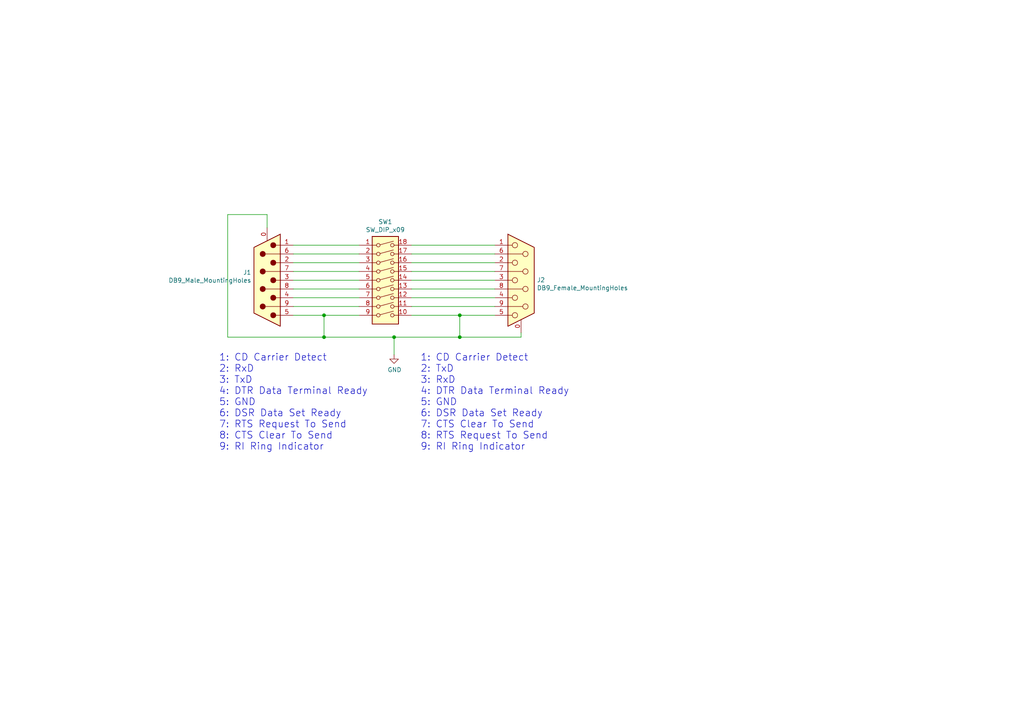
<source format=kicad_sch>
(kicad_sch (version 20230121) (generator eeschema)
  (paper "A4")
  (lib_symbols
    (symbol "SerialBlocker-rescue:DB9_Female_MountingHoles-Connector" (pin_names (offset 1.016) hide)
      (property "Reference" "J" (at 0 16.51 0))
      (property "Value" "Connector_DB9_Female_MountingHoles" (at 0 14.605 0))
      (symbol "DB9_Female_MountingHoles-Connector_0_1"
        (circle (center -1.778 -10.16) (radius 0.762))
        (circle (center -1.778 -5.08) (radius 0.762))
        (circle (center -1.778 0) (radius 0.762))
        (circle (center -1.778 5.08) (radius 0.762))
        (circle (center -1.778 10.16) (radius 0.762))
        (polyline (pts (xy -3.81 -10.16) (xy -2.54 -10.16)))
        (polyline (pts (xy -3.81 -7.62) (xy 0.508 -7.62)))
        (polyline (pts (xy -3.81 -5.08) (xy -2.54 -5.08)))
        (polyline (pts (xy -3.81 -2.54) (xy 0.508 -2.54)))
        (polyline (pts (xy -3.81 0) (xy -2.54 0)))
        (polyline (pts (xy -3.81 2.54) (xy 0.508 2.54)))
        (polyline (pts (xy -3.81 5.08) (xy -2.54 5.08)))
        (polyline (pts (xy -3.81 7.62) (xy 0.508 7.62)))
        (polyline (pts (xy -3.81 10.16) (xy -2.54 10.16)))
        (polyline (pts (xy -3.81 13.335) (xy -3.81 -13.335) (xy 3.81 -9.525) (xy 3.81 9.525) (xy -3.81 13.335)) (stroke (width 0.254)) (fill (type background)))
        (circle (center 1.27 -7.62) (radius 0.762))
        (circle (center 1.27 -2.54) (radius 0.762))
        (circle (center 1.27 2.54) (radius 0.762))
        (circle (center 1.27 7.62) (radius 0.762))
      )
      (symbol "DB9_Female_MountingHoles-Connector_1_1"
        (pin passive line (at 0 -15.24 90) (length 3.81) (name "PAD") (number "0"))
        (pin passive line (at -7.62 10.16 0) (length 3.81) (name "1") (number "1"))
        (pin passive line (at -7.62 5.08 0) (length 3.81) (name "2") (number "2"))
        (pin passive line (at -7.62 0 0) (length 3.81) (name "3") (number "3"))
        (pin passive line (at -7.62 -5.08 0) (length 3.81) (name "4") (number "4"))
        (pin passive line (at -7.62 -10.16 0) (length 3.81) (name "5") (number "5"))
        (pin passive line (at -7.62 7.62 0) (length 3.81) (name "6") (number "6"))
        (pin passive line (at -7.62 2.54 0) (length 3.81) (name "7") (number "7"))
        (pin passive line (at -7.62 -2.54 0) (length 3.81) (name "8") (number "8"))
        (pin passive line (at -7.62 -7.62 0) (length 3.81) (name "9") (number "9"))
      )
    )
    (symbol "SerialBlocker-rescue:DB9_Male_MountingHoles-Connector" (pin_names (offset 1.016) hide)
      (property "Reference" "J" (at 0 16.51 0))
      (property "Value" "Connector_DB9_Male_MountingHoles" (at 0 14.605 0))
      (symbol "DB9_Male_MountingHoles-Connector_0_1"
        (circle (center -1.778 -10.16) (radius 0.762) (fill (type outline)))
        (circle (center -1.778 -5.08) (radius 0.762) (fill (type outline)))
        (circle (center -1.778 0) (radius 0.762) (fill (type outline)))
        (circle (center -1.778 5.08) (radius 0.762) (fill (type outline)))
        (circle (center -1.778 10.16) (radius 0.762) (fill (type outline)))
        (polyline (pts (xy -3.81 -10.16) (xy -2.54 -10.16)))
        (polyline (pts (xy -3.81 -7.62) (xy 0.508 -7.62)))
        (polyline (pts (xy -3.81 -5.08) (xy -2.54 -5.08)))
        (polyline (pts (xy -3.81 -2.54) (xy 0.508 -2.54)))
        (polyline (pts (xy -3.81 0) (xy -2.54 0)))
        (polyline (pts (xy -3.81 2.54) (xy 0.508 2.54)))
        (polyline (pts (xy -3.81 5.08) (xy -2.54 5.08)))
        (polyline (pts (xy -3.81 7.62) (xy 0.508 7.62)))
        (polyline (pts (xy -3.81 10.16) (xy -2.54 10.16)))
        (polyline (pts (xy -3.81 -13.335) (xy -3.81 13.335) (xy 3.81 9.525) (xy 3.81 -9.525) (xy -3.81 -13.335)) (stroke (width 0.254)) (fill (type background)))
        (circle (center 1.27 -7.62) (radius 0.762) (fill (type outline)))
        (circle (center 1.27 -2.54) (radius 0.762) (fill (type outline)))
        (circle (center 1.27 2.54) (radius 0.762) (fill (type outline)))
        (circle (center 1.27 7.62) (radius 0.762) (fill (type outline)))
      )
      (symbol "DB9_Male_MountingHoles-Connector_1_1"
        (pin passive line (at 0 -15.24 90) (length 3.81) (name "PAD") (number "0"))
        (pin passive line (at -7.62 -10.16 0) (length 3.81) (name "1") (number "1"))
        (pin passive line (at -7.62 -5.08 0) (length 3.81) (name "2") (number "2"))
        (pin passive line (at -7.62 0 0) (length 3.81) (name "3") (number "3"))
        (pin passive line (at -7.62 5.08 0) (length 3.81) (name "4") (number "4"))
        (pin passive line (at -7.62 10.16 0) (length 3.81) (name "5") (number "5"))
        (pin passive line (at -7.62 -7.62 0) (length 3.81) (name "6") (number "6"))
        (pin passive line (at -7.62 -2.54 0) (length 3.81) (name "7") (number "7"))
        (pin passive line (at -7.62 2.54 0) (length 3.81) (name "8") (number "8"))
        (pin passive line (at -7.62 7.62 0) (length 3.81) (name "9") (number "9"))
      )
    )
    (symbol "Switch:SW_DIP_x09" (pin_names (offset 0) hide)
      (property "Reference" "SW" (at 0 13.97 0))
      (property "Value" "SW_DIP_x09" (at 0 -13.97 0))
      (symbol "SW_DIP_x09_0_0"
        (circle (center -2.032 -10.16) (radius 0.508))
        (circle (center -2.032 -7.62) (radius 0.508))
        (circle (center -2.032 -5.08) (radius 0.508))
        (circle (center -2.032 -2.54) (radius 0.508))
        (circle (center -2.032 0) (radius 0.508))
        (circle (center -2.032 2.54) (radius 0.508))
        (circle (center -2.032 5.08) (radius 0.508))
        (circle (center -2.032 7.62) (radius 0.508))
        (circle (center -2.032 10.16) (radius 0.508))
        (polyline (pts (xy -1.524 -10.0076) (xy 2.3622 -8.9662)))
        (polyline (pts (xy -1.524 -7.4676) (xy 2.3622 -6.4262)))
        (polyline (pts (xy -1.524 -4.9276) (xy 2.3622 -3.8862)))
        (polyline (pts (xy -1.524 -2.3876) (xy 2.3622 -1.3462)))
        (polyline (pts (xy -1.524 0.127) (xy 2.3622 1.1684)))
        (polyline (pts (xy -1.524 2.667) (xy 2.3622 3.7084)))
        (polyline (pts (xy -1.524 5.207) (xy 2.3622 6.2484)))
        (polyline (pts (xy -1.524 7.747) (xy 2.3622 8.7884)))
        (polyline (pts (xy -1.524 10.287) (xy 2.3622 11.3284)))
        (circle (center 2.032 -10.16) (radius 0.508))
        (circle (center 2.032 -7.62) (radius 0.508))
        (circle (center 2.032 -5.08) (radius 0.508))
        (circle (center 2.032 -2.54) (radius 0.508))
        (circle (center 2.032 0) (radius 0.508))
        (circle (center 2.032 2.54) (radius 0.508))
        (circle (center 2.032 5.08) (radius 0.508))
        (circle (center 2.032 7.62) (radius 0.508))
        (circle (center 2.032 10.16) (radius 0.508))
      )
      (symbol "SW_DIP_x09_0_1"
        (rectangle (start -3.81 12.7) (end 3.81 -12.7) (stroke (width 0.254)) (fill (type background)))
      )
      (symbol "SW_DIP_x09_1_1"
        (pin passive line (at -7.62 10.16 0) (length 5.08) (name "~") (number "1"))
        (pin passive line (at 7.62 -10.16 180) (length 5.08) (name "~") (number "10"))
        (pin passive line (at 7.62 -7.62 180) (length 5.08) (name "~") (number "11"))
        (pin passive line (at 7.62 -5.08 180) (length 5.08) (name "~") (number "12"))
        (pin passive line (at 7.62 -2.54 180) (length 5.08) (name "~") (number "13"))
        (pin passive line (at 7.62 0 180) (length 5.08) (name "~") (number "14"))
        (pin passive line (at 7.62 2.54 180) (length 5.08) (name "~") (number "15"))
        (pin passive line (at 7.62 5.08 180) (length 5.08) (name "~") (number "16"))
        (pin passive line (at 7.62 7.62 180) (length 5.08) (name "~") (number "17"))
        (pin passive line (at 7.62 10.16 180) (length 5.08) (name "~") (number "18"))
        (pin passive line (at -7.62 7.62 0) (length 5.08) (name "~") (number "2"))
        (pin passive line (at -7.62 5.08 0) (length 5.08) (name "~") (number "3"))
        (pin passive line (at -7.62 2.54 0) (length 5.08) (name "~") (number "4"))
        (pin passive line (at -7.62 0 0) (length 5.08) (name "~") (number "5"))
        (pin passive line (at -7.62 -2.54 0) (length 5.08) (name "~") (number "6"))
        (pin passive line (at -7.62 -5.08 0) (length 5.08) (name "~") (number "7"))
        (pin passive line (at -7.62 -7.62 0) (length 5.08) (name "~") (number "8"))
        (pin passive line (at -7.62 -10.16 0) (length 5.08) (name "~") (number "9"))
      )
    )
    (symbol "power:GND" (power) (pin_names (offset 0))
      (property "Value" "GND" (at 0 -3.81 0))
      (symbol "GND_0_1"
        (polyline (pts (xy 0 0) (xy 0 -1.27) (xy 1.27 -1.27) (xy 0 -2.54) (xy -1.27 -1.27) (xy 0 -1.27)))
      )
      (symbol "GND_1_1"
        (pin power_in line (at 0 0 270) (length 0) hide (name "GND") (number "1"))
      )
    )
  )
  (junction (at 93.98 91.44))
  (junction (at 93.98 97.79))
  (junction (at 133.35 97.79))
  (junction (at 133.35 91.44))
  (junction (at 114.3 97.79))
  (wire (pts (xy 133.35 91.44) (xy 133.35 97.79)))
  (wire (pts (xy 114.3 97.79) (xy 93.98 97.79)))
  (wire (pts (xy 85.09 76.2) (xy 104.14 76.2)))
  (wire (pts (xy 119.38 71.12) (xy 143.51 71.12)))
  (wire (pts (xy 133.35 97.79) (xy 151.13 97.79)))
  (wire (pts (xy 85.09 88.9) (xy 104.14 88.9)))
  (wire (pts (xy 93.98 91.44) (xy 85.09 91.44)))
  (wire (pts (xy 119.38 86.36) (xy 143.51 86.36)))
  (wire (pts (xy 66.04 62.23) (xy 66.04 97.79)))
  (wire (pts (xy 77.47 66.04) (xy 77.47 62.23)))
  (wire (pts (xy 143.51 73.66) (xy 119.38 73.66)))
  (wire (pts (xy 104.14 81.28) (xy 85.09 81.28)))
  (wire (pts (xy 119.38 81.28) (xy 143.51 81.28)))
  (wire (pts (xy 119.38 76.2) (xy 143.51 76.2)))
  (wire (pts (xy 151.13 96.52) (xy 151.13 97.79)))
  (wire (pts (xy 93.98 97.79) (xy 93.98 91.44)))
  (wire (pts (xy 85.09 78.74) (xy 104.14 78.74)))
  (wire (pts (xy 66.04 97.79) (xy 93.98 97.79)))
  (wire (pts (xy 133.35 97.79) (xy 114.3 97.79)))
  (wire (pts (xy 77.47 62.23) (xy 66.04 62.23)))
  (wire (pts (xy 133.35 91.44) (xy 143.51 91.44)))
  (wire (pts (xy 104.14 86.36) (xy 85.09 86.36)))
  (wire (pts (xy 104.14 91.44) (xy 93.98 91.44)))
  (wire (pts (xy 143.51 83.82) (xy 119.38 83.82)))
  (wire (pts (xy 143.51 88.9) (xy 119.38 88.9)))
  (wire (pts (xy 85.09 71.12) (xy 104.14 71.12)))
  (wire (pts (xy 143.51 78.74) (xy 119.38 78.74)))
  (wire (pts (xy 119.38 91.44) (xy 133.35 91.44)))
  (wire (pts (xy 104.14 73.66) (xy 85.09 73.66)))
  (wire (pts (xy 85.09 83.82) (xy 104.14 83.82)))
  (wire (pts (xy 114.3 97.79) (xy 114.3 102.87)))
  (text "1: CD Carrier Detect\n2: RxD\n3: TxD\n4: DTR Data Terminal Ready\n5: GND\n6: DSR Data Set Ready\n7: RTS Request To Send\n8: CTS Clear To Send\n9: RI Ring Indicator" (at 63.5 130.81 0) (effects (font (size 2.0066 2.0066)) (justify left bottom)))
  (text "1: CD Carrier Detect\n2: TxD\n3: RxD\n4: DTR Data Terminal Ready\n5: GND\n6: DSR Data Set Ready\n7: CTS Clear To Send\n8: RTS Request To Send\n9: RI Ring Indicator" (at 121.92 130.81 0) (effects (font (size 2.0066 2.0066)) (justify left bottom)))
  (symbol (lib_id "SerialBlocker-rescue:DB9_Female_MountingHoles-Connector") (at 151.13 81.28 0) (unit 1)
    (property "Reference" "J2" (at 155.702 81.2038 0) (effects (justify left)))
    (property "Value" "DB9_Female_MountingHoles" (at 155.702 83.5152 0) (effects (justify left)))
    (property "Footprint" "WiRoc:DSUB-9_Female_Horizontal_P2.77x2.84mm_Edge_offset6.96mm_centered_Edge8.08mm" (effects hide))
    (property "Datasheet" " ~" (effects hide))
  )
  (symbol (lib_id "SerialBlocker-rescue:DB9_Male_MountingHoles-Connector") (at 77.47 81.28 180) (unit 1)
    (property "Reference" "J1" (at 72.898 79.0194 0) (effects (justify left)))
    (property "Value" "DB9_Male_MountingHoles" (at 72.898 81.3308 0) (effects (justify left)))
    (property "Footprint" "WiRoc:DSUB-9_Male_Horizontal_P2.77x2.84mm_Edge_Housed_MountingHolesOffset9.96mm_centered_edge_10.92mm" (effects hide))
    (property "Datasheet" " ~" (effects hide))
  )
  (symbol (lib_id "Switch:SW_DIP_x09") (at 111.76 81.28 0) (unit 1)
    (property "Reference" "SW1" (at 111.76 64.3382 0))
    (property "Value" "SW_DIP_x09" (at 111.76 66.6496 0))
    (property "Footprint" "WiRoc:PinHeader_Serial_Blocker" (effects hide))
  )
  (symbol (lib_id "power:GND") (at 114.3 102.87 0) (unit 1)
    (property "Reference" "#PWR01" (effects hide))
    (property "Value" "GND" (at 114.427 107.2642 0))
  )
)
</source>
